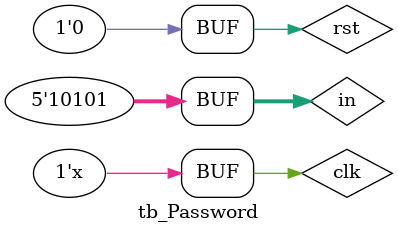
<source format=sv>
module tb_Password;
    reg [4:0] in;
    reg clk;
    reg rst;    
    wire led;
    wire [3:0] seg;
    wire [7:0] seg_led;

    safe uut (.in(in), .clk(clk), .rst(rst), .led(led), .seg(seg), .seg_led(seg_led));

    initial begin
    	clk = 0;
    	rst = 1;
        in = 0;
        #10 
    	rst = 0;
    	in = 10;
    	#10
        in = 21;
    end

    always #5 clk = ~clk;

endmodule : tb_Password
</source>
